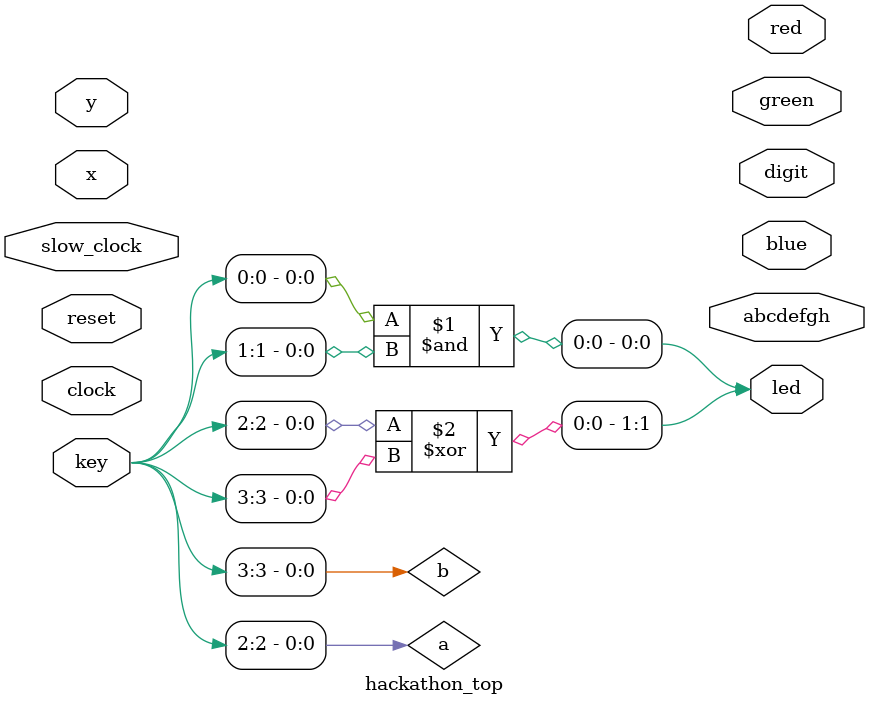
<source format=sv>

module hackathon_top
(
    input  logic       clock,
    input  logic       slow_clock,
    input  logic       reset,

    input  logic [7:0] key,
    output logic [7:0] led,

    // A dynamic seven-segment display

    output logic [7:0] abcdefgh,
    output logic [7:0] digit,

    // LCD screen interface

    input  logic [8:0] x,
    input  logic [8:0] y,

    output logic [4:0] red,
    output logic [5:0] green,
    output logic [4:0] blue
);

    assign led [0] = key [0] & key [1];

    // Exercise 1: Change the code above.
    // Assign to led [0] the result of OR operation (|).

    wire a = key [2];  // Note a new construct - wire
    wire b = key [3];

    assign led [1] = a ^ b; // XOR - eXclusive OR

    // Exercise 2: Create an illustration to De Morgan's laws:
    //
    // ~ (a & b) == ~ a | ~ b
    // ~ (a | b) == ~ a & ~ b
    //
    // https://es.wikipedia.org/wiki/Leyes_de_De_Morgan


endmodule

</source>
